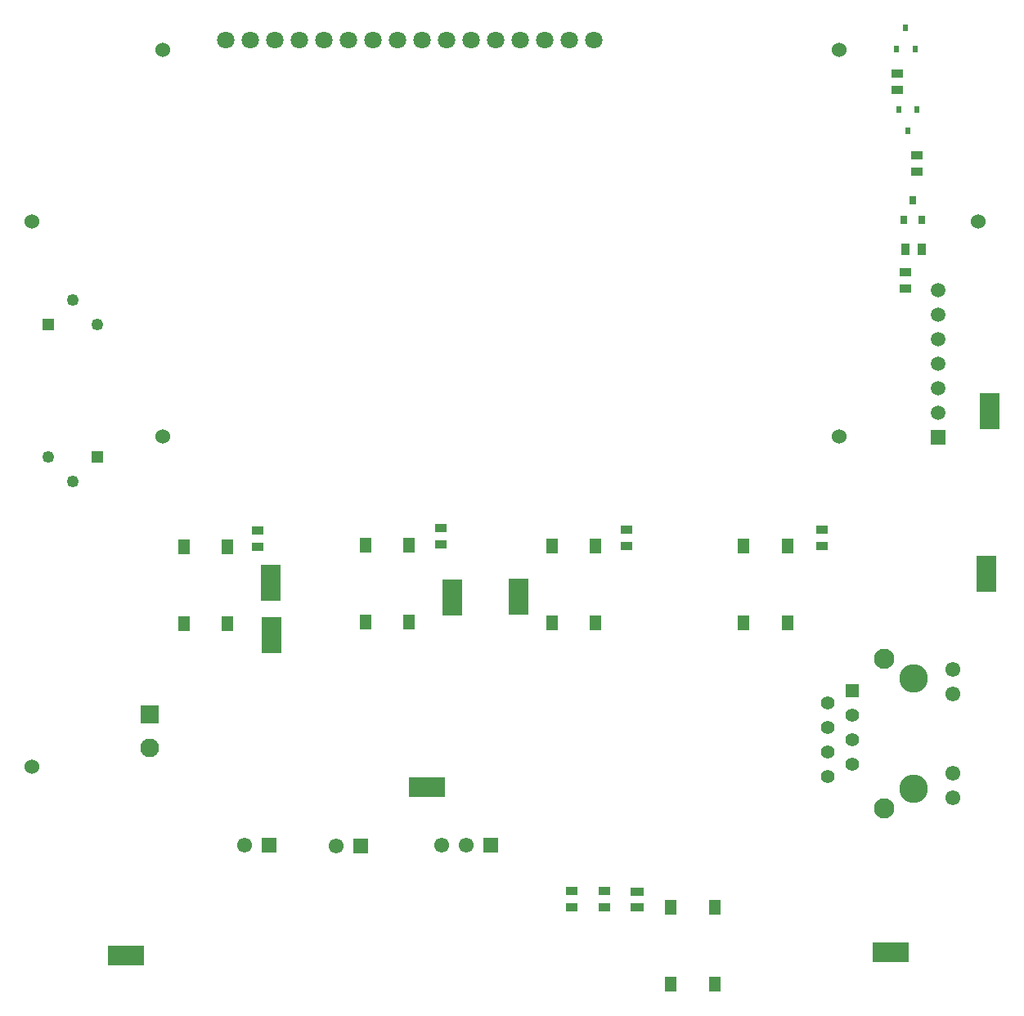
<source format=gbr>
%TF.GenerationSoftware,Altium Limited,Altium Designer,18.1.9 (240)*%
G04 Layer_Color=255*
%FSLAX43Y43*%
%MOMM*%
%TF.FileFunction,Pads,Top*%
%TF.Part,Single*%
G01*
G75*
%TA.AperFunction,SMDPad,CuDef*%
%ADD10R,2.030X3.800*%
%ADD11R,1.300X1.550*%
%ADD12R,0.600X0.750*%
%ADD13R,1.300X0.850*%
%ADD14R,0.850X1.300*%
%ADD15R,3.800X2.030*%
%ADD16R,1.350X0.950*%
%ADD17R,0.800X0.900*%
%TA.AperFunction,ComponentPad*%
%ADD20C,1.250*%
%ADD21R,1.250X1.250*%
%ADD22C,1.550*%
%ADD23R,1.400X1.400*%
%ADD24C,1.400*%
%ADD25C,2.100*%
%ADD26C,2.950*%
%ADD27C,1.500*%
%ADD28R,1.500X1.500*%
%ADD29R,1.550X1.550*%
%TA.AperFunction,ViaPad*%
%ADD30C,1.524*%
%TA.AperFunction,ComponentPad*%
%ADD31C,1.950*%
%ADD32R,1.950X1.950*%
%ADD33C,1.800*%
%ADD34C,1.524*%
D10*
X80620Y68097D02*
D03*
X129057Y70485D02*
D03*
X73762Y68047D02*
D03*
X55042Y64135D02*
D03*
X54966Y69520D02*
D03*
X129438Y87300D02*
D03*
D11*
X45974Y65312D02*
D03*
X50474D02*
D03*
X45974Y73262D02*
D03*
X50474D02*
D03*
X69306Y73462D02*
D03*
X64806D02*
D03*
X69306Y65512D02*
D03*
X64806D02*
D03*
X100929Y35903D02*
D03*
X96429D02*
D03*
X100929Y27953D02*
D03*
X96429D02*
D03*
X103958Y65375D02*
D03*
X108458D02*
D03*
X103958Y73325D02*
D03*
X108458D02*
D03*
X84074Y65375D02*
D03*
X88574D02*
D03*
X84074Y73325D02*
D03*
X88574D02*
D03*
D12*
X119776Y124833D02*
D03*
X121676D02*
D03*
X120726Y127033D02*
D03*
X121879Y118600D02*
D03*
X119979D02*
D03*
X120929Y116400D02*
D03*
D13*
X119812Y120576D02*
D03*
Y122276D02*
D03*
X120701Y101700D02*
D03*
Y100000D02*
D03*
X72568Y75182D02*
D03*
Y73482D02*
D03*
X89535Y37616D02*
D03*
Y35916D02*
D03*
X86157Y35966D02*
D03*
Y37666D02*
D03*
X121869Y113816D02*
D03*
Y112116D02*
D03*
X112092Y75055D02*
D03*
Y73355D02*
D03*
X91823D02*
D03*
Y75055D02*
D03*
X53645Y73293D02*
D03*
Y74993D02*
D03*
D14*
X122401Y104064D02*
D03*
X120701D02*
D03*
D15*
X39980Y30963D02*
D03*
X119126Y31267D02*
D03*
X71171Y48387D02*
D03*
D16*
X92913Y37541D02*
D03*
Y35941D02*
D03*
D17*
X121463Y109128D02*
D03*
X122413Y107128D02*
D03*
X120513D02*
D03*
D20*
X37008Y96276D02*
D03*
X34468Y98816D02*
D03*
Y80051D02*
D03*
X31928Y82591D02*
D03*
D21*
Y96276D02*
D03*
X37008Y82591D02*
D03*
D22*
X125628Y49818D02*
D03*
Y47278D02*
D03*
Y60528D02*
D03*
Y57988D02*
D03*
X72644Y42342D02*
D03*
X75184D02*
D03*
X61798Y42316D02*
D03*
X52248Y42342D02*
D03*
D23*
X115218Y58348D02*
D03*
D24*
Y55808D02*
D03*
Y53268D02*
D03*
Y50728D02*
D03*
X112678Y49458D02*
D03*
Y51998D02*
D03*
Y54538D02*
D03*
Y57078D02*
D03*
D25*
X118518Y46158D02*
D03*
Y61648D02*
D03*
D26*
X121568Y59618D02*
D03*
Y48188D02*
D03*
D27*
X124054Y89713D02*
D03*
Y87173D02*
D03*
Y92253D02*
D03*
Y94793D02*
D03*
Y97333D02*
D03*
Y99873D02*
D03*
D28*
Y84633D02*
D03*
D29*
X77724Y42342D02*
D03*
X64338Y42316D02*
D03*
X54788Y42342D02*
D03*
D30*
X30250Y106985D02*
D03*
Y50495D02*
D03*
X128250Y106980D02*
D03*
D31*
X42469Y52431D02*
D03*
D32*
Y55931D02*
D03*
D33*
X50317Y125730D02*
D03*
X52857D02*
D03*
X55397D02*
D03*
X57937D02*
D03*
X60477D02*
D03*
X63017D02*
D03*
X65557D02*
D03*
X68097D02*
D03*
X70637D02*
D03*
X73177D02*
D03*
X75717D02*
D03*
X78257D02*
D03*
X80797D02*
D03*
X83337D02*
D03*
X85877D02*
D03*
X88417D02*
D03*
D34*
X43817Y124730D02*
D03*
X113817D02*
D03*
X43817Y84730D02*
D03*
X113817D02*
D03*
%TF.MD5,d2bdea583e3e51a06da99c67869bc8c4*%
M02*

</source>
